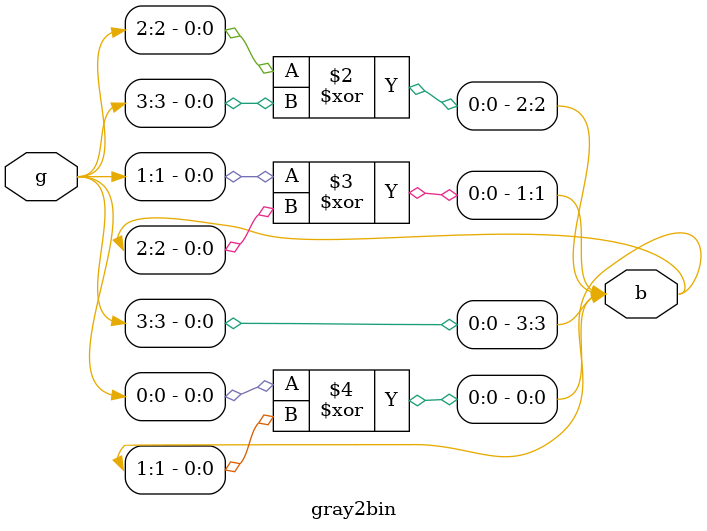
<source format=v>
`timescale 1ns / 1ps
module gray2bin(
    input [3:0] g,
    output reg[3:0] b
    );

   always@(g)
   begin
 b[3]=g[3];
 b[2]=g[2]^b[3];
 b[1]=g[1]^b[2];
 b[0]=g[0]^b[1];
 end

endmodule

</source>
